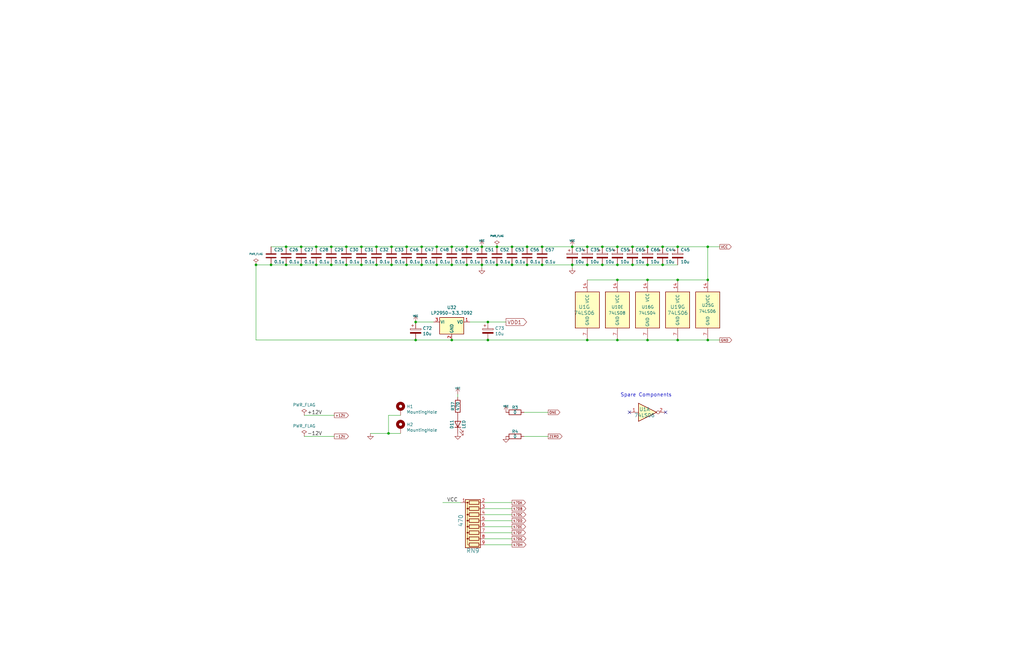
<source format=kicad_sch>
(kicad_sch (version 20211123) (generator eeschema)
  (paper "B")
  (lib_symbols
    (symbol "74xx:74LS04"
      (property "Reference" "U" (at 0 1.27 0))
      (property "Value" "74LS04" (at 0 -1.27 0))
      (symbol "74LS04_1_0"
        (polyline (pts (xy -3.81 3.81) (xy -3.81 -3.81) (xy 3.81 0) (xy -3.81 3.81)) (stroke (width 0.254)) (fill (type background)))
        (pin input line (at -7.62 0 0) (length 3.81) (name "~") (number "1"))
        (pin output inverted (at 7.62 0 180) (length 3.81) (name "~") (number "2"))
      )
      (symbol "74LS04_2_0"
        (polyline (pts (xy -3.81 3.81) (xy -3.81 -3.81) (xy 3.81 0) (xy -3.81 3.81)) (stroke (width 0.254)) (fill (type background)))
        (pin input line (at -7.62 0 0) (length 3.81) (name "~") (number "3"))
        (pin output inverted (at 7.62 0 180) (length 3.81) (name "~") (number "4"))
      )
      (symbol "74LS04_3_0"
        (polyline (pts (xy -3.81 3.81) (xy -3.81 -3.81) (xy 3.81 0) (xy -3.81 3.81)) (stroke (width 0.254)) (fill (type background)))
        (pin input line (at -7.62 0 0) (length 3.81) (name "~") (number "5"))
        (pin output inverted (at 7.62 0 180) (length 3.81) (name "~") (number "6"))
      )
      (symbol "74LS04_4_0"
        (polyline (pts (xy -3.81 3.81) (xy -3.81 -3.81) (xy 3.81 0) (xy -3.81 3.81)) (stroke (width 0.254)) (fill (type background)))
        (pin output inverted (at 7.62 0 180) (length 3.81) (name "~") (number "8"))
        (pin input line (at -7.62 0 0) (length 3.81) (name "~") (number "9"))
      )
      (symbol "74LS04_5_0"
        (polyline (pts (xy -3.81 3.81) (xy -3.81 -3.81) (xy 3.81 0) (xy -3.81 3.81)) (stroke (width 0.254)) (fill (type background)))
        (pin output inverted (at 7.62 0 180) (length 3.81) (name "~") (number "10"))
        (pin input line (at -7.62 0 0) (length 3.81) (name "~") (number "11"))
      )
      (symbol "74LS04_6_0"
        (polyline (pts (xy -3.81 3.81) (xy -3.81 -3.81) (xy 3.81 0) (xy -3.81 3.81)) (stroke (width 0.254)) (fill (type background)))
        (pin output inverted (at 7.62 0 180) (length 3.81) (name "~") (number "12"))
        (pin input line (at -7.62 0 0) (length 3.81) (name "~") (number "13"))
      )
      (symbol "74LS04_7_0"
        (pin power_in line (at 0 12.7 270) (length 5.08) (name "VCC") (number "14"))
        (pin power_in line (at 0 -12.7 90) (length 5.08) (name "GND") (number "7"))
      )
      (symbol "74LS04_7_1"
        (rectangle (start -5.08 7.62) (end 5.08 -7.62) (stroke (width 0.254)) (fill (type background)))
      )
    )
    (symbol "74xx:74LS06" (pin_names (offset 1.016))
      (property "Reference" "U" (at 0 1.27 0))
      (property "Value" "74LS06" (at 0 -1.27 0))
      (symbol "74LS06_1_0"
        (polyline (pts (xy -3.81 3.81) (xy -3.81 -3.81) (xy 3.81 0) (xy -3.81 3.81)) (stroke (width 0.254)) (fill (type background)))
        (pin input line (at -7.62 0 0) (length 3.81) (name "~") (number "1"))
        (pin open_collector inverted (at 7.62 0 180) (length 3.81) (name "~") (number "2"))
      )
      (symbol "74LS06_2_0"
        (polyline (pts (xy -3.81 3.81) (xy -3.81 -3.81) (xy 3.81 0) (xy -3.81 3.81)) (stroke (width 0.254)) (fill (type background)))
        (pin input line (at -7.62 0 0) (length 3.81) (name "~") (number "3"))
        (pin open_collector inverted (at 7.62 0 180) (length 3.81) (name "~") (number "4"))
      )
      (symbol "74LS06_3_0"
        (polyline (pts (xy -3.81 3.81) (xy -3.81 -3.81) (xy 3.81 0) (xy -3.81 3.81)) (stroke (width 0.254)) (fill (type background)))
        (pin input line (at -7.62 0 0) (length 3.81) (name "~") (number "5"))
        (pin open_collector inverted (at 7.62 0 180) (length 3.81) (name "~") (number "6"))
      )
      (symbol "74LS06_4_0"
        (polyline (pts (xy -3.81 3.81) (xy -3.81 -3.81) (xy 3.81 0) (xy -3.81 3.81)) (stroke (width 0.254)) (fill (type background)))
        (pin open_collector inverted (at 7.62 0 180) (length 3.81) (name "~") (number "8"))
        (pin input line (at -7.62 0 0) (length 3.81) (name "~") (number "9"))
      )
      (symbol "74LS06_5_0"
        (polyline (pts (xy -3.81 3.81) (xy -3.81 -3.81) (xy 3.81 0) (xy -3.81 3.81)) (stroke (width 0.254)) (fill (type background)))
        (pin open_collector inverted (at 7.62 0 180) (length 3.81) (name "~") (number "10"))
        (pin input line (at -7.62 0 0) (length 3.81) (name "~") (number "11"))
      )
      (symbol "74LS06_6_0"
        (polyline (pts (xy -3.81 3.81) (xy -3.81 -3.81) (xy 3.81 0) (xy -3.81 3.81)) (stroke (width 0.254)) (fill (type background)))
        (pin open_collector inverted (at 7.62 0 180) (length 3.81) (name "~") (number "12"))
        (pin input line (at -7.62 0 0) (length 3.81) (name "~") (number "13"))
      )
      (symbol "74LS06_7_0"
        (pin power_in line (at 0 12.7 270) (length 5.08) (name "VCC") (number "14"))
        (pin power_in line (at 0 -12.7 90) (length 5.08) (name "GND") (number "7"))
      )
      (symbol "74LS06_7_1"
        (rectangle (start -5.08 7.62) (end 5.08 -7.62) (stroke (width 0.254)) (fill (type background)))
      )
    )
    (symbol "74xx:74LS06N" (pin_names (offset 1.016))
      (property "Reference" "U" (at 0 1.27 0))
      (property "Value" "74LS06N" (at 0 -1.27 0))
      (symbol "74LS06N_1_0"
        (polyline (pts (xy -3.81 3.81) (xy -3.81 -3.81) (xy 3.81 0) (xy -3.81 3.81)) (stroke (width 0.254)) (fill (type background)))
        (pin input line (at -7.62 0 0) (length 3.81) (name "~") (number "1"))
        (pin open_collector inverted (at 7.62 0 180) (length 3.81) (name "~") (number "2"))
      )
      (symbol "74LS06N_2_0"
        (polyline (pts (xy -3.81 3.81) (xy -3.81 -3.81) (xy 3.81 0) (xy -3.81 3.81)) (stroke (width 0.254)) (fill (type background)))
        (pin input line (at -7.62 0 0) (length 3.81) (name "~") (number "3"))
        (pin open_collector inverted (at 7.62 0 180) (length 3.81) (name "~") (number "4"))
      )
      (symbol "74LS06N_3_0"
        (polyline (pts (xy -3.81 3.81) (xy -3.81 -3.81) (xy 3.81 0) (xy -3.81 3.81)) (stroke (width 0.254)) (fill (type background)))
        (pin input line (at -7.62 0 0) (length 3.81) (name "~") (number "5"))
        (pin open_collector inverted (at 7.62 0 180) (length 3.81) (name "~") (number "6"))
      )
      (symbol "74LS06N_4_0"
        (polyline (pts (xy -3.81 3.81) (xy -3.81 -3.81) (xy 3.81 0) (xy -3.81 3.81)) (stroke (width 0.254)) (fill (type background)))
        (pin open_collector inverted (at 7.62 0 180) (length 3.81) (name "~") (number "8"))
        (pin input line (at -7.62 0 0) (length 3.81) (name "~") (number "9"))
      )
      (symbol "74LS06N_5_0"
        (polyline (pts (xy -3.81 3.81) (xy -3.81 -3.81) (xy 3.81 0) (xy -3.81 3.81)) (stroke (width 0.254)) (fill (type background)))
        (pin open_collector inverted (at 7.62 0 180) (length 3.81) (name "~") (number "10"))
        (pin input line (at -7.62 0 0) (length 3.81) (name "~") (number "11"))
      )
      (symbol "74LS06N_6_0"
        (polyline (pts (xy -3.81 3.81) (xy -3.81 -3.81) (xy 3.81 0) (xy -3.81 3.81)) (stroke (width 0.254)) (fill (type background)))
        (pin open_collector inverted (at 7.62 0 180) (length 3.81) (name "~") (number "12"))
        (pin input line (at -7.62 0 0) (length 3.81) (name "~") (number "13"))
      )
      (symbol "74LS06N_7_0"
        (pin power_in line (at 0 12.7 270) (length 5.08) (name "VCC") (number "14"))
        (pin power_in line (at 0 -12.7 90) (length 5.08) (name "GND") (number "7"))
      )
      (symbol "74LS06N_7_1"
        (rectangle (start -5.08 7.62) (end 5.08 -7.62) (stroke (width 0.254)) (fill (type background)))
      )
    )
    (symbol "74xx:74LS08" (pin_names (offset 1.016))
      (property "Reference" "U" (at 0 1.27 0))
      (property "Value" "74LS08" (at 0 -1.27 0))
      (symbol "74LS08_1_1"
        (arc (start 0 -3.81) (mid 3.81 0) (end 0 3.81) (stroke (width 0.254)) (fill (type background)))
        (polyline (pts (xy 0 3.81) (xy -3.81 3.81) (xy -3.81 -3.81) (xy 0 -3.81)) (stroke (width 0.254)) (fill (type background)))
        (pin input line (at -7.62 2.54 0) (length 3.81) (name "~") (number "1"))
        (pin input line (at -7.62 -2.54 0) (length 3.81) (name "~") (number "2"))
        (pin output line (at 7.62 0 180) (length 3.81) (name "~") (number "3"))
      )
      (symbol "74LS08_1_2"
        (arc (start -3.81 -3.81) (mid -2.589 0) (end -3.81 3.81) (stroke (width 0.254)))
        (arc (start -0.6096 -3.81) (mid 2.1842 -2.5851) (end 3.81 0) (stroke (width 0.254)) (fill (type background)))
        (polyline (pts (xy -3.81 -3.81) (xy -0.635 -3.81)) (stroke (width 0.254)) (fill (type background)))
        (polyline (pts (xy -3.81 3.81) (xy -0.635 3.81)) (stroke (width 0.254)) (fill (type background)))
        (polyline (pts (xy -0.635 3.81) (xy -3.81 3.81) (xy -3.81 3.81) (xy -3.556 3.4036) (xy -3.0226 2.2606) (xy -2.6924 1.0414) (xy -2.6162 -0.254) (xy -2.7686 -1.4986) (xy -3.175 -2.7178) (xy -3.81 -3.81) (xy -3.81 -3.81) (xy -0.635 -3.81)) (stroke (width -25.4)) (fill (type background)))
        (arc (start 3.81 0) (mid 2.1915 2.5936) (end -0.6096 3.81) (stroke (width 0.254)) (fill (type background)))
        (pin input inverted (at -7.62 2.54 0) (length 4.318) (name "~") (number "1"))
        (pin input inverted (at -7.62 -2.54 0) (length 4.318) (name "~") (number "2"))
        (pin output inverted (at 7.62 0 180) (length 3.81) (name "~") (number "3"))
      )
      (symbol "74LS08_2_1"
        (arc (start 0 -3.81) (mid 3.81 0) (end 0 3.81) (stroke (width 0.254)) (fill (type background)))
        (polyline (pts (xy 0 3.81) (xy -3.81 3.81) (xy -3.81 -3.81) (xy 0 -3.81)) (stroke (width 0.254)) (fill (type background)))
        (pin input line (at -7.62 2.54 0) (length 3.81) (name "~") (number "4"))
        (pin input line (at -7.62 -2.54 0) (length 3.81) (name "~") (number "5"))
        (pin output line (at 7.62 0 180) (length 3.81) (name "~") (number "6"))
      )
      (symbol "74LS08_2_2"
        (arc (start -3.81 -3.81) (mid -2.589 0) (end -3.81 3.81) (stroke (width 0.254)))
        (arc (start -0.6096 -3.81) (mid 2.1842 -2.5851) (end 3.81 0) (stroke (width 0.254)) (fill (type background)))
        (polyline (pts (xy -3.81 -3.81) (xy -0.635 -3.81)) (stroke (width 0.254)) (fill (type background)))
        (polyline (pts (xy -3.81 3.81) (xy -0.635 3.81)) (stroke (width 0.254)) (fill (type background)))
        (polyline (pts (xy -0.635 3.81) (xy -3.81 3.81) (xy -3.81 3.81) (xy -3.556 3.4036) (xy -3.0226 2.2606) (xy -2.6924 1.0414) (xy -2.6162 -0.254) (xy -2.7686 -1.4986) (xy -3.175 -2.7178) (xy -3.81 -3.81) (xy -3.81 -3.81) (xy -0.635 -3.81)) (stroke (width -25.4)) (fill (type background)))
        (arc (start 3.81 0) (mid 2.1915 2.5936) (end -0.6096 3.81) (stroke (width 0.254)) (fill (type background)))
        (pin input inverted (at -7.62 2.54 0) (length 4.318) (name "~") (number "4"))
        (pin input inverted (at -7.62 -2.54 0) (length 4.318) (name "~") (number "5"))
        (pin output inverted (at 7.62 0 180) (length 3.81) (name "~") (number "6"))
      )
      (symbol "74LS08_3_1"
        (arc (start 0 -3.81) (mid 3.81 0) (end 0 3.81) (stroke (width 0.254)) (fill (type background)))
        (polyline (pts (xy 0 3.81) (xy -3.81 3.81) (xy -3.81 -3.81) (xy 0 -3.81)) (stroke (width 0.254)) (fill (type background)))
        (pin input line (at -7.62 -2.54 0) (length 3.81) (name "~") (number "10"))
        (pin output line (at 7.62 0 180) (length 3.81) (name "~") (number "8"))
        (pin input line (at -7.62 2.54 0) (length 3.81) (name "~") (number "9"))
      )
      (symbol "74LS08_3_2"
        (arc (start -3.81 -3.81) (mid -2.589 0) (end -3.81 3.81) (stroke (width 0.254)))
        (arc (start -0.6096 -3.81) (mid 2.1842 -2.5851) (end 3.81 0) (stroke (width 0.254)) (fill (type background)))
        (polyline (pts (xy -3.81 -3.81) (xy -0.635 -3.81)) (stroke (width 0.254)) (fill (type background)))
        (polyline (pts (xy -3.81 3.81) (xy -0.635 3.81)) (stroke (width 0.254)) (fill (type background)))
        (polyline (pts (xy -0.635 3.81) (xy -3.81 3.81) (xy -3.81 3.81) (xy -3.556 3.4036) (xy -3.0226 2.2606) (xy -2.6924 1.0414) (xy -2.6162 -0.254) (xy -2.7686 -1.4986) (xy -3.175 -2.7178) (xy -3.81 -3.81) (xy -3.81 -3.81) (xy -0.635 -3.81)) (stroke (width -25.4)) (fill (type background)))
        (arc (start 3.81 0) (mid 2.1915 2.5936) (end -0.6096 3.81) (stroke (width 0.254)) (fill (type background)))
        (pin input inverted (at -7.62 -2.54 0) (length 4.318) (name "~") (number "10"))
        (pin output inverted (at 7.62 0 180) (length 3.81) (name "~") (number "8"))
        (pin input inverted (at -7.62 2.54 0) (length 4.318) (name "~") (number "9"))
      )
      (symbol "74LS08_4_1"
        (arc (start 0 -3.81) (mid 3.81 0) (end 0 3.81) (stroke (width 0.254)) (fill (type background)))
        (polyline (pts (xy 0 3.81) (xy -3.81 3.81) (xy -3.81 -3.81) (xy 0 -3.81)) (stroke (width 0.254)) (fill (type background)))
        (pin output line (at 7.62 0 180) (length 3.81) (name "~") (number "11"))
        (pin input line (at -7.62 2.54 0) (length 3.81) (name "~") (number "12"))
        (pin input line (at -7.62 -2.54 0) (length 3.81) (name "~") (number "13"))
      )
      (symbol "74LS08_4_2"
        (arc (start -3.81 -3.81) (mid -2.589 0) (end -3.81 3.81) (stroke (width 0.254)))
        (arc (start -0.6096 -3.81) (mid 2.1842 -2.5851) (end 3.81 0) (stroke (width 0.254)) (fill (type background)))
        (polyline (pts (xy -3.81 -3.81) (xy -0.635 -3.81)) (stroke (width 0.254)) (fill (type background)))
        (polyline (pts (xy -3.81 3.81) (xy -0.635 3.81)) (stroke (width 0.254)) (fill (type background)))
        (polyline (pts (xy -0.635 3.81) (xy -3.81 3.81) (xy -3.81 3.81) (xy -3.556 3.4036) (xy -3.0226 2.2606) (xy -2.6924 1.0414) (xy -2.6162 -0.254) (xy -2.7686 -1.4986) (xy -3.175 -2.7178) (xy -3.81 -3.81) (xy -3.81 -3.81) (xy -0.635 -3.81)) (stroke (width -25.4)) (fill (type background)))
        (arc (start 3.81 0) (mid 2.1915 2.5936) (end -0.6096 3.81) (stroke (width 0.254)) (fill (type background)))
        (pin output inverted (at 7.62 0 180) (length 3.81) (name "~") (number "11"))
        (pin input inverted (at -7.62 2.54 0) (length 4.318) (name "~") (number "12"))
        (pin input inverted (at -7.62 -2.54 0) (length 4.318) (name "~") (number "13"))
      )
      (symbol "74LS08_5_0"
        (pin power_in line (at 0 12.7 270) (length 5.08) (name "VCC") (number "14"))
        (pin power_in line (at 0 -12.7 90) (length 5.08) (name "GND") (number "7"))
      )
      (symbol "74LS08_5_1"
        (rectangle (start -5.08 7.62) (end 5.08 -7.62) (stroke (width 0.254)) (fill (type background)))
      )
    )
    (symbol "Device:C" (pin_numbers hide) (pin_names (offset 0.254))
      (property "Reference" "C" (at 0.635 2.54 0))
      (property "Value" "C" (at 0.635 -2.54 0))
      (symbol "C_0_1"
        (polyline (pts (xy -2.032 -0.762) (xy 2.032 -0.762)) (stroke (width 0.508)))
        (polyline (pts (xy -2.032 0.762) (xy 2.032 0.762)) (stroke (width 0.508)))
      )
      (symbol "C_1_1"
        (pin passive line (at 0 3.81 270) (length 2.794) (name "~") (number "1"))
        (pin passive line (at 0 -3.81 90) (length 2.794) (name "~") (number "2"))
      )
    )
    (symbol "Device:C_Polarized" (pin_numbers hide) (pin_names (offset 0.254))
      (property "Reference" "C" (at 0.635 2.54 0))
      (property "Value" "C_Polarized" (at 0.635 -2.54 0))
      (symbol "C_Polarized_0_1"
        (rectangle (start -2.286 0.508) (end 2.286 1.016))
        (polyline (pts (xy -1.778 2.286) (xy -0.762 2.286)))
        (polyline (pts (xy -1.27 2.794) (xy -1.27 1.778)))
        (rectangle (start 2.286 -0.508) (end -2.286 -1.016) (fill (type outline)))
      )
      (symbol "C_Polarized_1_1"
        (pin passive line (at 0 3.81 270) (length 2.794) (name "~") (number "1"))
        (pin passive line (at 0 -3.81 90) (length 2.794) (name "~") (number "2"))
      )
    )
    (symbol "Device:LED" (pin_numbers hide) (pin_names (offset 1.016) hide)
      (property "Reference" "D" (at 0 2.54 0))
      (property "Value" "LED" (at 0 -2.54 0))
      (symbol "LED_0_1"
        (polyline (pts (xy -1.27 -1.27) (xy -1.27 1.27)) (stroke (width 0.254)))
        (polyline (pts (xy -1.27 0) (xy 1.27 0)))
        (polyline (pts (xy 1.27 -1.27) (xy 1.27 1.27) (xy -1.27 0) (xy 1.27 -1.27)) (stroke (width 0.254)))
        (polyline (pts (xy -3.048 -0.762) (xy -4.572 -2.286) (xy -3.81 -2.286) (xy -4.572 -2.286) (xy -4.572 -1.524)))
        (polyline (pts (xy -1.778 -0.762) (xy -3.302 -2.286) (xy -2.54 -2.286) (xy -3.302 -2.286) (xy -3.302 -1.524)))
      )
      (symbol "LED_1_1"
        (pin passive line (at -3.81 0 0) (length 2.54) (name "K") (number "1"))
        (pin passive line (at 3.81 0 180) (length 2.54) (name "A") (number "2"))
      )
    )
    (symbol "Device:R" (pin_numbers hide) (pin_names (offset 0))
      (property "Reference" "R" (at 2.032 0 90))
      (property "Value" "R" (at 0 0 90))
      (symbol "R_0_1"
        (rectangle (start -1.016 -2.54) (end 1.016 2.54) (stroke (width 0.254)))
      )
      (symbol "R_1_1"
        (pin passive line (at 0 3.81 270) (length 1.27) (name "~") (number "1"))
        (pin passive line (at 0 -3.81 90) (length 1.27) (name "~") (number "2"))
      )
    )
    (symbol "Device:R_Network08" (pin_names (offset 0) hide)
      (property "Reference" "RN" (at -12.7 0 90))
      (property "Value" "R_Network08" (at 10.16 0 90))
      (symbol "R_Network08_0_1"
        (rectangle (start -11.43 -3.175) (end 8.89 3.175) (stroke (width 0.254)) (fill (type background)))
        (rectangle (start -10.922 1.524) (end -9.398 -2.54) (stroke (width 0.254)))
        (circle (center -10.16 2.286) (radius 0.254) (fill (type outline)))
        (rectangle (start -8.382 1.524) (end -6.858 -2.54) (stroke (width 0.254)))
        (circle (center -7.62 2.286) (radius 0.254) (fill (type outline)))
        (rectangle (start -5.842 1.524) (end -4.318 -2.54) (stroke (width 0.254)))
        (circle (center -5.08 2.286) (radius 0.254) (fill (type outline)))
        (rectangle (start -3.302 1.524) (end -1.778 -2.54) (stroke (width 0.254)))
        (circle (center -2.54 2.286) (radius 0.254) (fill (type outline)))
        (rectangle (start -0.762 1.524) (end 0.762 -2.54) (stroke (width 0.254)))
        (polyline (pts (xy -10.16 -2.54) (xy -10.16 -3.81)))
        (polyline (pts (xy -7.62 -2.54) (xy -7.62 -3.81)))
        (polyline (pts (xy -5.08 -2.54) (xy -5.08 -3.81)))
        (polyline (pts (xy -2.54 -2.54) (xy -2.54 -3.81)))
        (polyline (pts (xy 0 -2.54) (xy 0 -3.81)))
        (polyline (pts (xy 2.54 -2.54) (xy 2.54 -3.81)))
        (polyline (pts (xy 5.08 -2.54) (xy 5.08 -3.81)))
        (polyline (pts (xy 7.62 -2.54) (xy 7.62 -3.81)))
        (polyline (pts (xy -10.16 1.524) (xy -10.16 2.286) (xy -7.62 2.286) (xy -7.62 1.524)))
        (polyline (pts (xy -7.62 1.524) (xy -7.62 2.286) (xy -5.08 2.286) (xy -5.08 1.524)))
        (polyline (pts (xy -5.08 1.524) (xy -5.08 2.286) (xy -2.54 2.286) (xy -2.54 1.524)))
        (polyline (pts (xy -2.54 1.524) (xy -2.54 2.286) (xy 0 2.286) (xy 0 1.524)))
        (polyline (pts (xy 0 1.524) (xy 0 2.286) (xy 2.54 2.286) (xy 2.54 1.524)))
        (polyline (pts (xy 2.54 1.524) (xy 2.54 2.286) (xy 5.08 2.286) (xy 5.08 1.524)))
        (polyline (pts (xy 5.08 1.524) (xy 5.08 2.286) (xy 7.62 2.286) (xy 7.62 1.524)))
        (circle (center 0 2.286) (radius 0.254) (fill (type outline)))
        (rectangle (start 1.778 1.524) (end 3.302 -2.54) (stroke (width 0.254)))
        (circle (center 2.54 2.286) (radius 0.254) (fill (type outline)))
        (rectangle (start 4.318 1.524) (end 5.842 -2.54) (stroke (width 0.254)))
        (circle (center 5.08 2.286) (radius 0.254) (fill (type outline)))
        (rectangle (start 6.858 1.524) (end 8.382 -2.54) (stroke (width 0.254)))
      )
      (symbol "R_Network08_1_1"
        (pin passive line (at -10.16 5.08 270) (length 2.54) (name "common") (number "1"))
        (pin passive line (at -10.16 -5.08 90) (length 1.27) (name "R1") (number "2"))
        (pin passive line (at -7.62 -5.08 90) (length 1.27) (name "R2") (number "3"))
        (pin passive line (at -5.08 -5.08 90) (length 1.27) (name "R3") (number "4"))
        (pin passive line (at -2.54 -5.08 90) (length 1.27) (name "R4") (number "5"))
        (pin passive line (at 0 -5.08 90) (length 1.27) (name "R5") (number "6"))
        (pin passive line (at 2.54 -5.08 90) (length 1.27) (name "R6") (number "7"))
        (pin passive line (at 5.08 -5.08 90) (length 1.27) (name "R7") (number "8"))
        (pin passive line (at 7.62 -5.08 90) (length 1.27) (name "R8") (number "9"))
      )
    )
    (symbol "Mechanical:MountingHole_Pad" (pin_numbers hide) (pin_names (offset 1.016) hide)
      (property "Reference" "H" (at 0 6.35 0))
      (property "Value" "MountingHole_Pad" (at 0 4.445 0))
      (symbol "MountingHole_Pad_0_1"
        (circle (center 0 1.27) (radius 1.27) (stroke (width 1.27)))
      )
      (symbol "MountingHole_Pad_1_1"
        (pin input line (at 0 -2.54 90) (length 2.54) (name "1") (number "1"))
      )
    )
    (symbol "Regulator_Linear:LP2950-3.3_TO92" (pin_names (offset 0.254))
      (property "Reference" "U" (at -3.81 3.175 0))
      (property "Value" "LP2950-3.3_TO92" (at 0 3.175 0))
      (symbol "LP2950-3.3_TO92_0_1"
        (rectangle (start -5.08 -5.08) (end 5.08 1.905) (stroke (width 0.254)) (fill (type background)))
      )
      (symbol "LP2950-3.3_TO92_1_1"
        (pin power_out line (at 7.62 0 180) (length 2.54) (name "VO") (number "1"))
        (pin power_in line (at 0 -7.62 90) (length 2.54) (name "GND") (number "2"))
        (pin power_in line (at -7.62 0 0) (length 2.54) (name "VI") (number "3"))
      )
    )
    (symbol "power:GND" (power) (pin_names (offset 0))
      (property "Value" "GND" (at 0 -3.81 0))
      (symbol "GND_0_1"
        (polyline (pts (xy 0 0) (xy 0 -1.27) (xy 1.27 -1.27) (xy 0 -2.54) (xy -1.27 -1.27) (xy 0 -1.27)))
      )
      (symbol "GND_1_1"
        (pin power_in line (at 0 0 270) (length 0) hide (name "GND") (number "1"))
      )
    )
    (symbol "power:PWR_FLAG" (power) (pin_numbers hide) (pin_names (offset 0) hide)
      (property "Value" "PWR_FLAG" (at 0 3.81 0))
      (symbol "PWR_FLAG_0_0"
        (pin power_out line (at 0 0 90) (length 0) (name "pwr") (number "1"))
      )
      (symbol "PWR_FLAG_0_1"
        (polyline (pts (xy 0 0) (xy 0 1.27) (xy -1.016 1.905) (xy 0 2.54) (xy 1.016 1.905) (xy 0 1.27)))
      )
    )
    (symbol "power:VCC" (power) (pin_names (offset 0))
      (property "Value" "VCC" (at 0 3.81 0))
      (symbol "VCC_0_1"
        (polyline (pts (xy -0.762 1.27) (xy 0 2.54)))
        (polyline (pts (xy 0 0) (xy 0 2.54)))
        (polyline (pts (xy 0 2.54) (xy 0.762 1.27)))
      )
      (symbol "VCC_1_1"
        (pin power_in line (at 0 0 90) (length 0) hide (name "VCC") (number "1"))
      )
    )
  )
  (junction (at 273.05 118.11))
  (junction (at 190.5 143.51))
  (junction (at 120.65 104.14))
  (junction (at 158.75 111.76))
  (junction (at 241.3 104.14))
  (junction (at 260.35 118.11))
  (junction (at 241.3 111.76))
  (junction (at 266.7 104.14))
  (junction (at 163.83 182.88))
  (junction (at 175.26 143.51))
  (junction (at 205.74 135.89))
  (junction (at 133.35 111.76))
  (junction (at 190.5 104.14))
  (junction (at 165.1 111.76))
  (junction (at 158.75 104.14))
  (junction (at 175.26 135.89))
  (junction (at 285.75 118.11))
  (junction (at 298.45 104.14))
  (junction (at 222.25 111.76))
  (junction (at 228.6 111.76))
  (junction (at 107.95 111.76))
  (junction (at 127 104.14))
  (junction (at 254 104.14))
  (junction (at 215.9 111.76))
  (junction (at 205.74 143.51))
  (junction (at 171.45 111.76))
  (junction (at 152.4 111.76))
  (junction (at 209.55 111.76))
  (junction (at 254 111.76))
  (junction (at 222.25 104.14))
  (junction (at 273.05 143.51))
  (junction (at 146.05 111.76))
  (junction (at 273.05 111.76))
  (junction (at 190.5 111.76))
  (junction (at 127 111.76))
  (junction (at 215.9 104.14))
  (junction (at 177.8 104.14))
  (junction (at 260.35 104.14))
  (junction (at 279.4 111.76))
  (junction (at 196.85 104.14))
  (junction (at 146.05 104.14))
  (junction (at 203.2 111.76))
  (junction (at 177.8 111.76))
  (junction (at 260.35 143.51))
  (junction (at 247.65 143.51))
  (junction (at 152.4 104.14))
  (junction (at 285.75 143.51))
  (junction (at 139.7 111.76))
  (junction (at 266.7 111.76))
  (junction (at 228.6 104.14))
  (junction (at 285.75 104.14))
  (junction (at 184.15 104.14))
  (junction (at 114.3 111.76))
  (junction (at 165.1 104.14))
  (junction (at 196.85 111.76))
  (junction (at 279.4 104.14))
  (junction (at 247.65 111.76))
  (junction (at 298.45 143.51))
  (junction (at 260.35 111.76))
  (junction (at 120.65 111.76))
  (junction (at 247.65 104.14))
  (junction (at 209.55 104.14))
  (junction (at 273.05 104.14))
  (junction (at 171.45 104.14))
  (junction (at 139.7 104.14))
  (junction (at 298.45 118.11))
  (junction (at 133.35 104.14))
  (junction (at 184.15 111.76))
  (junction (at 203.2 104.14))
  (no_connect (at 280.67 173.99))
  (no_connect (at 265.43 173.99))
  (wire (pts (xy 266.7 104.14) (xy 273.05 104.14)))
  (wire (pts (xy 298.45 143.51) (xy 303.53 143.51)))
  (wire (pts (xy 163.83 175.26) (xy 163.83 182.88)))
  (wire (pts (xy 168.91 182.88) (xy 163.83 182.88)))
  (wire (pts (xy 128.27 184.15) (xy 140.97 184.15)))
  (wire (pts (xy 215.9 111.76) (xy 222.25 111.76)))
  (wire (pts (xy 171.45 104.14) (xy 177.8 104.14)))
  (wire (pts (xy 215.9 217.17) (xy 204.47 217.17)))
  (wire (pts (xy 175.26 143.51) (xy 190.5 143.51)))
  (wire (pts (xy 177.8 111.76) (xy 184.15 111.76)))
  (wire (pts (xy 175.26 135.89) (xy 182.88 135.89)))
  (wire (pts (xy 203.2 104.14) (xy 209.55 104.14)))
  (wire (pts (xy 171.45 104.14) (xy 165.1 104.14)))
  (wire (pts (xy 215.9 214.63) (xy 204.47 214.63)))
  (wire (pts (xy 260.35 111.76) (xy 266.7 111.76)))
  (wire (pts (xy 128.27 175.26) (xy 140.97 175.26)))
  (wire (pts (xy 209.55 111.76) (xy 215.9 111.76)))
  (wire (pts (xy 165.1 104.14) (xy 158.75 104.14)))
  (wire (pts (xy 165.1 111.76) (xy 171.45 111.76)))
  (wire (pts (xy 158.75 104.14) (xy 152.4 104.14)))
  (wire (pts (xy 215.9 227.33) (xy 204.47 227.33)))
  (wire (pts (xy 285.75 118.11) (xy 298.45 118.11)))
  (wire (pts (xy 127 104.14) (xy 120.65 104.14)))
  (wire (pts (xy 247.65 143.51) (xy 260.35 143.51)))
  (wire (pts (xy 247.65 104.14) (xy 254 104.14)))
  (wire (pts (xy 222.25 104.14) (xy 228.6 104.14)))
  (wire (pts (xy 107.95 111.76) (xy 114.3 111.76)))
  (wire (pts (xy 273.05 143.51) (xy 285.75 143.51)))
  (wire (pts (xy 273.05 118.11) (xy 285.75 118.11)))
  (wire (pts (xy 133.35 104.14) (xy 127 104.14)))
  (wire (pts (xy 203.2 111.76) (xy 203.2 113.03)))
  (wire (pts (xy 198.12 135.89) (xy 205.74 135.89)))
  (wire (pts (xy 273.05 104.14) (xy 279.4 104.14)))
  (wire (pts (xy 133.35 111.76) (xy 139.7 111.76)))
  (wire (pts (xy 114.3 111.76) (xy 120.65 111.76)))
  (wire (pts (xy 254 104.14) (xy 260.35 104.14)))
  (wire (pts (xy 247.65 111.76) (xy 254 111.76)))
  (wire (pts (xy 298.45 104.14) (xy 303.53 104.14)))
  (wire (pts (xy 285.75 104.14) (xy 298.45 104.14)))
  (wire (pts (xy 273.05 111.76) (xy 279.4 111.76)))
  (wire (pts (xy 215.9 219.71) (xy 204.47 219.71)))
  (wire (pts (xy 203.2 111.76) (xy 209.55 111.76)))
  (wire (pts (xy 205.74 135.89) (xy 213.36 135.89)))
  (wire (pts (xy 279.4 111.76) (xy 285.75 111.76)))
  (wire (pts (xy 215.9 224.79) (xy 204.47 224.79)))
  (wire (pts (xy 190.5 143.51) (xy 205.74 143.51)))
  (wire (pts (xy 241.3 111.76) (xy 241.3 113.03)))
  (wire (pts (xy 127 111.76) (xy 133.35 111.76)))
  (wire (pts (xy 163.83 182.88) (xy 156.21 182.88)))
  (wire (pts (xy 196.85 104.14) (xy 203.2 104.14)))
  (wire (pts (xy 205.74 143.51) (xy 247.65 143.51)))
  (wire (pts (xy 184.15 111.76) (xy 190.5 111.76)))
  (wire (pts (xy 107.95 111.76) (xy 107.95 143.51)))
  (wire (pts (xy 139.7 104.14) (xy 133.35 104.14)))
  (wire (pts (xy 215.9 222.25) (xy 204.47 222.25)))
  (wire (pts (xy 139.7 111.76) (xy 146.05 111.76)))
  (wire (pts (xy 152.4 104.14) (xy 146.05 104.14)))
  (wire (pts (xy 260.35 104.14) (xy 266.7 104.14)))
  (wire (pts (xy 196.85 111.76) (xy 203.2 111.76)))
  (wire (pts (xy 241.3 104.14) (xy 247.65 104.14)))
  (wire (pts (xy 228.6 111.76) (xy 241.3 111.76)))
  (wire (pts (xy 215.9 104.14) (xy 222.25 104.14)))
  (wire (pts (xy 168.91 175.26) (xy 163.83 175.26)))
  (wire (pts (xy 184.15 104.14) (xy 190.5 104.14)))
  (wire (pts (xy 171.45 111.76) (xy 177.8 111.76)))
  (wire (pts (xy 152.4 111.76) (xy 158.75 111.76)))
  (wire (pts (xy 194.31 212.09) (xy 186.69 212.09)))
  (wire (pts (xy 158.75 111.76) (xy 165.1 111.76)))
  (wire (pts (xy 260.35 118.11) (xy 273.05 118.11)))
  (wire (pts (xy 120.65 111.76) (xy 127 111.76)))
  (wire (pts (xy 215.9 229.87) (xy 204.47 229.87)))
  (wire (pts (xy 279.4 104.14) (xy 285.75 104.14)))
  (wire (pts (xy 146.05 104.14) (xy 139.7 104.14)))
  (wire (pts (xy 190.5 104.14) (xy 196.85 104.14)))
  (wire (pts (xy 220.98 173.99) (xy 231.14 173.99)))
  (wire (pts (xy 254 111.76) (xy 260.35 111.76)))
  (wire (pts (xy 120.65 104.14) (xy 114.3 104.14)))
  (wire (pts (xy 107.95 143.51) (xy 175.26 143.51)))
  (wire (pts (xy 241.3 111.76) (xy 247.65 111.76)))
  (wire (pts (xy 177.8 104.14) (xy 184.15 104.14)))
  (wire (pts (xy 190.5 111.76) (xy 196.85 111.76)))
  (wire (pts (xy 146.05 111.76) (xy 152.4 111.76)))
  (wire (pts (xy 260.35 143.51) (xy 273.05 143.51)))
  (wire (pts (xy 220.98 184.15) (xy 231.14 184.15)))
  (wire (pts (xy 215.9 212.09) (xy 204.47 212.09)))
  (wire (pts (xy 298.45 143.51) (xy 285.75 143.51)))
  (wire (pts (xy 266.7 111.76) (xy 273.05 111.76)))
  (wire (pts (xy 222.25 111.76) (xy 228.6 111.76)))
  (wire (pts (xy 228.6 104.14) (xy 241.3 104.14)))
  (wire (pts (xy 209.55 104.14) (xy 215.9 104.14)))
  (wire (pts (xy 298.45 118.11) (xy 298.45 104.14)))
  (wire (pts (xy 247.65 118.11) (xy 260.35 118.11)))
  (wire (pts (xy 193.04 167.64) (xy 193.04 166.37)))
  (text "Spare Components" (at 261.62 167.64 0) (effects (font (size 1.524 1.524)) (justify left bottom)))
  (label "VCC" (at 193.04 212.09 180) (effects (font (size 1.524 1.524))))
  (label "+12V" (at 129.54 175.26 0) (effects (font (size 1.524 1.524))))
  (label "-12V" (at 129.54 184.15 0) (effects (font (size 1.524 1.524))))
  (global_label "-12V" (shape output) (at 140.97 184.15 0) (effects (font (size 1.016 1.016))) (property "Intersheet References" "${INTERSHEET_REFS}" (effects hide)))
  (global_label "470F" (shape output) (at 215.9 224.79 0) (effects (font (size 1.016 1.016))) (property "Intersheet References" "${INTERSHEET_REFS}" (effects hide)))
  (global_label "470A" (shape output) (at 215.9 212.09 0) (effects (font (size 1.016 1.016))) (property "Intersheet References" "${INTERSHEET_REFS}" (effects hide)))
  (global_label "VCC" (shape output) (at 303.53 104.14 0) (effects (font (size 1.016 1.016))) (property "Intersheet References" "${INTERSHEET_REFS}" (effects hide)))
  (global_label "470H" (shape output) (at 215.9 229.87 0) (effects (font (size 1.016 1.016))) (property "Intersheet References" "${INTERSHEET_REFS}" (effects hide)))
  (global_label "ZERO" (shape output) (at 231.14 184.15 0) (effects (font (size 1.016 1.016))) (property "Intersheet References" "${INTERSHEET_REFS}" (effects hide)))
  (global_label "GND" (shape output) (at 303.53 143.51 0) (effects (font (size 1.016 1.016))) (property "Intersheet References" "${INTERSHEET_REFS}" (effects hide)))
  (global_label "470B" (shape output) (at 215.9 214.63 0) (effects (font (size 1.016 1.016))) (property "Intersheet References" "${INTERSHEET_REFS}" (effects hide)))
  (global_label "+12V" (shape output) (at 140.97 175.26 0) (effects (font (size 1.016 1.016))) (property "Intersheet References" "${INTERSHEET_REFS}" (effects hide)))
  (global_label "470E" (shape output) (at 215.9 222.25 0) (effects (font (size 1.016 1.016))) (property "Intersheet References" "${INTERSHEET_REFS}" (effects hide)))
  (global_label "470D" (shape output) (at 215.9 219.71 0) (effects (font (size 1.016 1.016))) (property "Intersheet References" "${INTERSHEET_REFS}" (effects hide)))
  (global_label "470C" (shape output) (at 215.9 217.17 0) (effects (font (size 1.016 1.016))) (property "Intersheet References" "${INTERSHEET_REFS}" (effects hide)))
  (global_label "VDD1" (shape output) (at 213.36 135.89 0) (effects (font (size 1.524 1.524))) (property "Intersheet References" "${INTERSHEET_REFS}" (effects hide)))
  (global_label "ONE" (shape output) (at 231.14 173.99 0) (effects (font (size 1.016 1.016))) (property "Intersheet References" "${INTERSHEET_REFS}" (effects hide)))
  (global_label "470G" (shape output) (at 215.9 227.33 0) (effects (font (size 1.016 1.016))) (property "Intersheet References" "${INTERSHEET_REFS}" (effects hide)))
  (symbol (lib_id "Device:C_Polarized") (at 279.4 107.95 0) (unit 1)
    (property "Reference" "C44" (at 280.67 105.41 0) (effects (justify left)))
    (property "Value" "10u" (at 280.67 110.49 0) (effects (justify left)))
    (property "Footprint" "Capacitor_THT:CP_Radial_D5.0mm_P2.50mm" (effects hide))
  )
  (symbol (lib_id "Device:C_Polarized") (at 285.75 107.95 0) (unit 1)
    (property "Reference" "C45" (at 287.02 105.41 0) (effects (justify left)))
    (property "Value" "10u" (at 287.02 110.49 0) (effects (justify left)))
    (property "Footprint" "Capacitor_THT:CP_Radial_D5.0mm_P2.50mm" (effects hide))
  )
  (symbol (lib_id "Device:C") (at 114.3 107.95 0) (unit 1)
    (property "Reference" "C25" (at 115.57 105.41 0) (effects (justify left)))
    (property "Value" "0.1u" (at 115.57 110.49 0) (effects (justify left)))
    (property "Footprint" "Capacitor_THT:C_Disc_D5.0mm_W2.5mm_P5.00mm" (effects hide))
  )
  (symbol (lib_id "Device:C") (at 177.8 107.95 0) (unit 1)
    (property "Reference" "C47" (at 179.07 105.41 0) (effects (justify left)))
    (property "Value" "0.1u" (at 179.07 110.49 0) (effects (justify left)))
    (property "Footprint" "Capacitor_THT:C_Disc_D5.0mm_W2.5mm_P5.00mm" (effects hide))
  )
  (symbol (lib_id "Device:C") (at 184.15 107.95 0) (unit 1)
    (property "Reference" "C48" (at 185.42 105.41 0) (effects (justify left)))
    (property "Value" "0.1u" (at 185.42 110.49 0) (effects (justify left)))
    (property "Footprint" "Capacitor_THT:C_Disc_D5.0mm_W2.5mm_P5.00mm" (effects hide))
  )
  (symbol (lib_id "Device:C") (at 190.5 107.95 0) (unit 1)
    (property "Reference" "C49" (at 191.77 105.41 0) (effects (justify left)))
    (property "Value" "0.1u" (at 191.77 110.49 0) (effects (justify left)))
    (property "Footprint" "Capacitor_THT:C_Disc_D5.0mm_W2.5mm_P5.00mm" (effects hide))
  )
  (symbol (lib_id "power:GND") (at 203.2 113.03 0) (unit 1)
    (property "Reference" "#PWR073" (effects hide))
    (property "Value" "GND" (effects hide))
  )
  (symbol (lib_id "power:VCC") (at 203.2 104.14 0) (unit 1)
    (property "Reference" "#PWR069" (effects hide))
    (property "Value" "VCC" (at 203.2 101.6 0) (effects (font (size 0.762 0.762))))
  )
  (symbol (lib_id "Device:C") (at 215.9 107.95 0) (unit 1)
    (property "Reference" "C53" (at 217.17 105.41 0) (effects (justify left)))
    (property "Value" "0.1u" (at 217.17 110.49 0) (effects (justify left)))
    (property "Footprint" "Capacitor_THT:C_Disc_D5.0mm_W2.5mm_P5.00mm" (effects hide))
  )
  (symbol (lib_id "Device:C") (at 165.1 107.95 0) (unit 1)
    (property "Reference" "C33" (at 166.37 105.41 0) (effects (justify left)))
    (property "Value" "0.1u" (at 166.37 110.49 0) (effects (justify left)))
    (property "Footprint" "Capacitor_THT:C_Disc_D5.0mm_W2.5mm_P5.00mm" (effects hide))
  )
  (symbol (lib_id "74xx:74LS04") (at 273.05 130.81 0) (unit 7)
    (property "Reference" "U16" (at 270.51 129.54 0) (effects (justify left)))
    (property "Value" "74LS04" (at 269.24 132.08 0) (effects (justify left)))
    (property "Footprint" "Package_DIP:DIP-14_W7.62mm" (effects hide))
    (property "Datasheet" "http://www.ti.com/lit/gpn/sn74LS04" (effects hide))
  )
  (symbol (lib_id "74xx:74LS08") (at 260.35 130.81 0) (unit 5)
    (property "Reference" "U10" (at 257.81 129.54 0) (effects (justify left)))
    (property "Value" "74LS08" (at 256.54 132.08 0) (effects (justify left)))
    (property "Footprint" "Package_DIP:DIP-14_W7.62mm" (effects hide))
    (property "Datasheet" "http://www.ti.com/lit/gpn/sn74LS08" (effects hide))
  )
  (symbol (lib_id "Device:C_Polarized") (at 175.26 139.7 0) (unit 1)
    (property "Reference" "C72" (at 178.2572 138.5316 0) (effects (justify left)))
    (property "Value" "10u" (at 178.2572 140.843 0) (effects (justify left)))
    (property "Footprint" "Capacitor_THT:CP_Radial_D5.0mm_P2.50mm" (effects hide))
  )
  (symbol (lib_id "Device:C_Polarized") (at 205.74 139.7 0) (unit 1)
    (property "Reference" "C73" (at 208.7372 138.5316 0) (effects (justify left)))
    (property "Value" "10u" (at 208.7372 140.843 0) (effects (justify left)))
    (property "Footprint" "Capacitor_THT:CP_Radial_D5.0mm_P2.50mm" (effects hide))
  )
  (symbol (lib_id "power:VCC") (at 175.26 135.89 0) (unit 1)
    (property "Reference" "#PWR075" (effects hide))
    (property "Value" "VCC" (at 175.26 133.35 0) (effects (font (size 0.762 0.762))))
  )
  (symbol (lib_id "Device:C") (at 171.45 107.95 0) (unit 1)
    (property "Reference" "C46" (at 172.72 105.41 0) (effects (justify left)))
    (property "Value" "0.1u" (at 172.72 110.49 0) (effects (justify left)))
    (property "Footprint" "Capacitor_THT:C_Disc_D5.0mm_W2.5mm_P5.00mm" (effects hide))
  )
  (symbol (lib_id "Regulator_Linear:LP2950-3.3_TO92") (at 190.5 135.89 0) (unit 1)
    (property "Reference" "U32" (at 190.5 129.7432 0))
    (property "Value" "LP2950-3.3_TO92" (at 190.5 132.0546 0))
    (property "Footprint" "Package_TO_SOT_THT:TO-92_Inline" (effects hide))
    (property "Datasheet" "http://www.ti.com/lit/ds/symlink/lp2950.pdf" (effects hide))
  )
  (symbol (lib_id "Device:C_Polarized") (at 266.7 107.95 0) (unit 1)
    (property "Reference" "C65" (at 267.97 105.41 0) (effects (justify left)))
    (property "Value" "10u" (at 267.97 110.49 0) (effects (justify left)))
    (property "Footprint" "Capacitor_THT:CP_Radial_D5.0mm_P2.50mm" (effects hide))
  )
  (symbol (lib_id "Device:C_Polarized") (at 273.05 107.95 0) (unit 1)
    (property "Reference" "C66" (at 274.32 105.41 0) (effects (justify left)))
    (property "Value" "10u" (at 274.32 110.49 0) (effects (justify left)))
    (property "Footprint" "Capacitor_THT:CP_Radial_D5.0mm_P2.50mm" (effects hide))
  )
  (symbol (lib_id "Device:C") (at 127 107.95 0) (unit 1)
    (property "Reference" "C27" (at 128.27 105.41 0) (effects (justify left)))
    (property "Value" "0.1u" (at 128.27 110.49 0) (effects (justify left)))
    (property "Footprint" "Capacitor_THT:C_Disc_D5.0mm_W2.5mm_P5.00mm" (effects hide))
  )
  (symbol (lib_id "Device:C") (at 133.35 107.95 0) (unit 1)
    (property "Reference" "C28" (at 134.62 105.41 0) (effects (justify left)))
    (property "Value" "0.1u" (at 134.62 110.49 0) (effects (justify left)))
    (property "Footprint" "Capacitor_THT:C_Disc_D5.0mm_W2.5mm_P5.00mm" (effects hide))
  )
  (symbol (lib_id "Device:C") (at 139.7 107.95 0) (unit 1)
    (property "Reference" "C29" (at 140.97 105.41 0) (effects (justify left)))
    (property "Value" "0.1u" (at 140.97 110.49 0) (effects (justify left)))
    (property "Footprint" "Capacitor_THT:C_Disc_D5.0mm_W2.5mm_P5.00mm" (effects hide))
  )
  (symbol (lib_id "power:GND") (at 193.04 182.88 0) (unit 1)
    (property "Reference" "#PWR071" (effects hide))
    (property "Value" "GND" (effects hide))
  )
  (symbol (lib_id "Device:C") (at 152.4 107.95 0) (unit 1)
    (property "Reference" "C31" (at 153.67 105.41 0) (effects (justify left)))
    (property "Value" "0.1u" (at 153.67 110.49 0) (effects (justify left)))
    (property "Footprint" "Capacitor_THT:C_Disc_D5.0mm_W2.5mm_P5.00mm" (effects hide))
  )
  (symbol (lib_id "Device:R_Network08") (at 199.39 222.25 90) (mirror x) (unit 1)
    (property "Reference" "RN9" (at 199.39 232.41 90) (effects (font (size 1.778 1.778))))
    (property "Value" "470" (at 194.31 219.71 0) (effects (font (size 1.778 1.778))))
    (property "Footprint" "Resistor_THT:R_Array_SIP9" (effects hide))
    (property "Datasheet" "http://www.vishay.com/docs/31509/csc.pdf" (effects hide))
  )
  (symbol (lib_id "Device:R") (at 217.17 173.99 90) (unit 1)
    (property "Reference" "R3" (at 217.17 171.958 90))
    (property "Value" "0" (at 217.17 173.99 90))
    (property "Footprint" "Resistor_THT:R_Axial_DIN0207_L6.3mm_D2.5mm_P7.62mm_Horizontal" (effects hide))
  )
  (symbol (lib_id "Device:R") (at 217.17 184.15 90) (unit 1)
    (property "Reference" "R4" (at 217.17 182.118 90))
    (property "Value" "0" (at 217.17 184.15 90))
    (property "Footprint" "Resistor_THT:R_Axial_DIN0207_L6.3mm_D2.5mm_P7.62mm_Horizontal" (effects hide))
  )
  (symbol (lib_id "power:VCC") (at 213.36 173.99 0) (unit 1)
    (property "Reference" "#PWR04" (effects hide))
    (property "Value" "VCC" (at 213.36 171.45 0) (effects (font (size 0.762 0.762))))
  )
  (symbol (lib_id "power:GND") (at 213.36 184.15 0) (unit 1)
    (property "Reference" "#PWR011" (effects hide))
    (property "Value" "GND" (effects hide))
  )
  (symbol (lib_id "power:GND") (at 156.21 182.88 0) (unit 1)
    (property "Reference" "#PWR0101" (effects hide))
    (property "Value" "GND" (effects hide))
  )
  (symbol (lib_id "Mechanical:MountingHole_Pad") (at 168.91 180.34 0) (unit 1)
    (property "Reference" "H2" (at 171.45 179.1716 0) (effects (justify left)))
    (property "Value" "MountingHole" (at 171.45 181.483 0) (effects (justify left)))
    (property "Footprint" "MountingHole:MountingHole_3.2mm_M3_Pad" (effects hide))
  )
  (symbol (lib_id "74xx:74LS06N") (at 298.45 130.81 0) (unit 7)
    (property "Reference" "U25" (at 295.91 129.54 0) (effects (justify left bottom)))
    (property "Value" "74LS06" (at 294.64 132.08 0) (effects (justify left bottom)))
    (property "Footprint" "Package_DIP:DIP-14_W7.62mm" (effects hide))
    (property "Datasheet" "http://www.ti.com/lit/gpn/sn74LS06N" (effects hide))
  )
  (symbol (lib_id "74xx:74LS06") (at 273.05 173.99 0) (unit 1)
    (property "Reference" "U1" (at 271.78 172.72 0) (effects (font (size 1.524 1.524))))
    (property "Value" "74LS06" (at 271.78 175.26 0) (effects (font (size 1.524 1.524))))
    (property "Footprint" "Package_DIP:DIP-14_W7.62mm" (effects hide))
    (property "Datasheet" "http://www.ti.com/lit/gpn/sn74LS06" (effects hide))
  )
  (symbol (lib_id "74xx:74LS06") (at 285.75 130.81 0) (unit 7)
    (property "Reference" "U19" (at 285.75 129.54 0) (effects (font (size 1.524 1.524))))
    (property "Value" "74LS06" (at 285.75 132.08 0) (effects (font (size 1.524 1.524))))
    (property "Footprint" "Package_DIP:DIP-14_W7.62mm" (effects hide))
    (property "Datasheet" "http://www.ti.com/lit/gpn/sn74LS06" (effects hide))
  )
  (symbol (lib_id "Device:C") (at 196.85 107.95 0) (unit 1)
    (property "Reference" "C50" (at 198.12 105.41 0) (effects (justify left)))
    (property "Value" "0.1u" (at 198.12 110.49 0) (effects (justify left)))
    (property "Footprint" "Capacitor_THT:C_Disc_D5.0mm_W2.5mm_P5.00mm" (effects hide))
  )
  (symbol (lib_id "Device:C") (at 203.2 107.95 0) (unit 1)
    (property "Reference" "C51" (at 204.47 105.41 0) (effects (justify left)))
    (property "Value" "0.1u" (at 204.47 110.49 0) (effects (justify left)))
    (property "Footprint" "Capacitor_THT:C_Disc_D5.0mm_W2.5mm_P5.00mm" (effects hide))
  )
  (symbol (lib_id "Mechanical:MountingHole_Pad") (at 168.91 172.72 0) (unit 1)
    (property "Reference" "H1" (at 171.45 171.5516 0) (effects (justify left)))
    (property "Value" "MountingHole" (at 171.45 173.863 0) (effects (justify left)))
    (property "Footprint" "MountingHole:MountingHole_3.2mm_M3_Pad" (effects hide))
  )
  (symbol (lib_id "power:PWR_FLAG") (at 128.27 175.26 0) (unit 1)
    (property "Reference" "#FLG07" (effects hide))
    (property "Value" "PWR_FLAG" (at 128.27 170.8658 0))
  )
  (symbol (lib_id "power:PWR_FLAG") (at 128.27 184.15 0) (unit 1)
    (property "Reference" "#FLG08" (effects hide))
    (property "Value" "PWR_FLAG" (at 128.27 179.7558 0))
  )
  (symbol (lib_id "power:PWR_FLAG") (at 209.55 104.14 0) (unit 1)
    (property "Reference" "#FLG05" (effects hide))
    (property "Value" "PWR_FLAG" (at 209.55 99.568 0) (effects (font (size 0.762 0.762))))
  )
  (symbol (lib_id "74xx:74LS06") (at 247.65 130.81 0) (unit 7)
    (property "Reference" "U1" (at 246.38 129.54 0) (effects (font (size 1.524 1.524))))
    (property "Value" "74LS06" (at 246.38 132.08 0) (effects (font (size 1.524 1.524))))
    (property "Footprint" "Package_DIP:DIP-14_W7.62mm" (effects hide))
    (property "Datasheet" "http://www.ti.com/lit/gpn/sn74LS06" (effects hide))
  )
  (symbol (lib_id "Device:C_Polarized") (at 241.3 107.95 0) (unit 1)
    (property "Reference" "C34" (at 242.57 105.41 0) (effects (justify left)))
    (property "Value" "10u" (at 242.57 110.49 0) (effects (justify left)))
    (property "Footprint" "Capacitor_THT:CP_Radial_D5.0mm_P2.50mm" (effects hide))
  )
  (symbol (lib_id "Device:C_Polarized") (at 247.65 107.95 0) (unit 1)
    (property "Reference" "C35" (at 248.92 105.41 0) (effects (justify left)))
    (property "Value" "10u" (at 248.92 110.49 0) (effects (justify left)))
    (property "Footprint" "Capacitor_THT:CP_Radial_D5.0mm_P2.50mm" (effects hide))
  )
  (symbol (lib_id "Device:LED") (at 193.04 179.07 90) (unit 1)
    (property "Reference" "D11" (at 190.5 179.07 0))
    (property "Value" "LED" (at 195.58 179.07 0))
    (property "Footprint" "LED_THT:LED_D3.0mm_Horizontal_O3.81mm_Z2.0mm" (effects hide))
  )
  (symbol (lib_id "Device:R") (at 193.04 171.45 180) (unit 1)
    (property "Reference" "R37" (at 191.008 171.45 90))
    (property "Value" "470" (at 193.04 171.45 90))
    (property "Footprint" "Resistor_THT:R_Axial_DIN0207_L6.3mm_D2.5mm_P7.62mm_Horizontal" (effects hide))
  )
  (symbol (lib_id "Device:C") (at 120.65 107.95 0) (unit 1)
    (property "Reference" "C26" (at 121.92 105.41 0) (effects (justify left)))
    (property "Value" "0.1u" (at 121.92 110.49 0) (effects (justify left)))
    (property "Footprint" "Capacitor_THT:C_Disc_D5.0mm_W2.5mm_P5.00mm" (effects hide))
  )
  (symbol (lib_id "power:VCC") (at 193.04 166.37 0) (unit 1)
    (property "Reference" "#PWR067" (effects hide))
    (property "Value" "VCC" (at 193.04 163.83 0) (effects (font (size 0.762 0.762))))
  )
  (symbol (lib_id "Device:C") (at 146.05 107.95 0) (unit 1)
    (property "Reference" "C30" (at 147.32 105.41 0) (effects (justify left)))
    (property "Value" "0.1u" (at 147.32 110.49 0) (effects (justify left)))
    (property "Footprint" "Capacitor_THT:C_Disc_D5.0mm_W2.5mm_P5.00mm" (effects hide))
  )
  (symbol (lib_id "power:PWR_FLAG") (at 107.95 111.76 0) (unit 1)
    (property "Reference" "#FLG06" (effects hide))
    (property "Value" "PWR_FLAG" (at 107.95 107.188 0) (effects (font (size 0.762 0.762))))
  )
  (symbol (lib_id "Device:C") (at 228.6 107.95 0) (unit 1)
    (property "Reference" "C57" (at 229.87 105.41 0) (effects (justify left)))
    (property "Value" "0.1u" (at 229.87 110.49 0) (effects (justify left)))
    (property "Footprint" "Capacitor_THT:C_Disc_D5.0mm_W2.5mm_P5.00mm" (effects hide))
  )
  (symbol (lib_id "power:GND") (at 241.3 113.03 0) (unit 1)
    (property "Reference" "#PWR072" (effects hide))
    (property "Value" "GND" (effects hide))
  )
  (symbol (lib_id "Device:C") (at 158.75 107.95 0) (unit 1)
    (property "Reference" "C32" (at 160.02 105.41 0) (effects (justify left)))
    (property "Value" "0.1u" (at 160.02 110.49 0) (effects (justify left)))
    (property "Footprint" "Capacitor_THT:C_Disc_D5.0mm_W2.5mm_P5.00mm" (effects hide))
  )
  (symbol (lib_id "Device:C") (at 222.25 107.95 0) (unit 1)
    (property "Reference" "C56" (at 223.52 105.41 0) (effects (justify left)))
    (property "Value" "0.1u" (at 223.52 110.49 0) (effects (justify left)))
    (property "Footprint" "Capacitor_THT:C_Disc_D5.0mm_W2.5mm_P5.00mm" (effects hide))
  )
  (symbol (lib_id "Device:C_Polarized") (at 254 107.95 0) (unit 1)
    (property "Reference" "C54" (at 255.27 105.41 0) (effects (justify left)))
    (property "Value" "10u" (at 255.27 110.49 0) (effects (justify left)))
    (property "Footprint" "Capacitor_THT:CP_Radial_D5.0mm_P2.50mm" (effects hide))
  )
  (symbol (lib_id "Device:C_Polarized") (at 260.35 107.95 0) (unit 1)
    (property "Reference" "C55" (at 261.62 105.41 0) (effects (justify left)))
    (property "Value" "10u" (at 261.62 110.49 0) (effects (justify left)))
    (property "Footprint" "Capacitor_THT:CP_Radial_D5.0mm_P2.50mm" (effects hide))
  )
  (symbol (lib_id "power:VCC") (at 241.3 104.14 0) (unit 1)
    (property "Reference" "#PWR068" (effects hide))
    (property "Value" "VCC" (at 241.3 101.6 0) (effects (font (size 0.762 0.762))))
  )
  (symbol (lib_id "Device:C") (at 209.55 107.95 0) (unit 1)
    (property "Reference" "C52" (at 210.82 105.41 0) (effects (justify left)))
    (property "Value" "0.1u" (at 210.82 110.49 0) (effects (justify left)))
    (property "Footprint" "Capacitor_THT:C_Disc_D5.0mm_W2.5mm_P5.00mm" (effects hide))
  )
)
</source>
